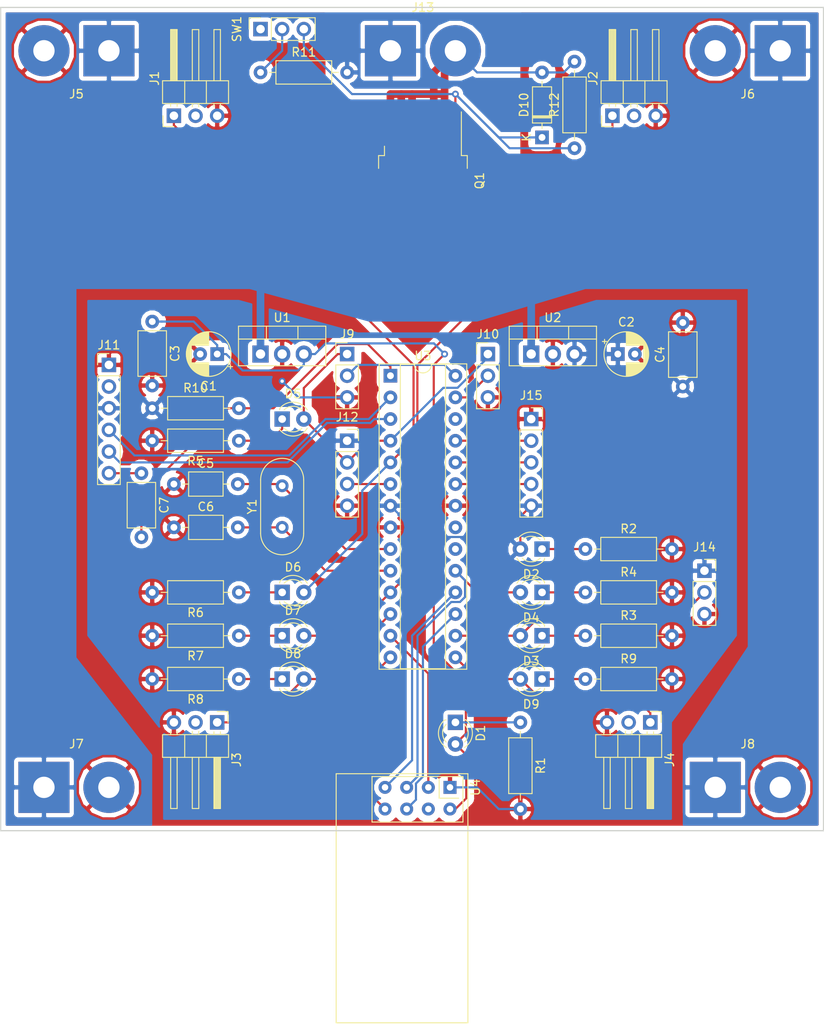
<source format=kicad_pcb>
(kicad_pcb (version 20171130) (host pcbnew "(5.0.2)-1")
  (layers (0 F.Cu signal) (31 B.Cu signal) (34 B.Paste user) (35 F.Paste user) (36 B.SilkS user) (37 F.SilkS user) (38 B.Mask user) (39 F.Mask user) (44 Edge.Cuts user))
  (net 0 "")
  (net 1 GND)
  (net 2 3V3)
  (net 3 5V)
  (net 4 "Net-(C5-Pad2)")
  (net 5 "Net-(C6-Pad2)")
  (net 6 DTR)
  (net 7 "Net-(D1-Pad1)")
  (net 8 "Net-(D2-Pad1)")
  (net 9 D10)
  (net 10 "Net-(D3-Pad1)")
  (net 11 "Net-(D4-Pad1)")
  (net 12 D13)
  (net 13 "Net-(D5-Pad1)")
  (net 14 D2)
  (net 15 "Net-(D6-Pad1)")
  (net 16 D3)
  (net 17 "Net-(D7-Pad1)")
  (net 18 D5)
  (net 19 D6)
  (net 20 "Net-(D8-Pad1)")
  (net 21 D9)
  (net 22 "Net-(D9-Pad1)")
  (net 23 "Net-(D10-Pad1)")
  (net 24 "Net-(D10-Pad2)")
  (net 25 "Net-(J1-Pad2)")
  (net 26 "Net-(J2-Pad2)")
  (net 27 "Net-(J3-Pad2)")
  (net 28 "Net-(J4-Pad2)")
  (net 29 VDD)
  (net 30 A5)
  (net 31 A4)
  (net 32 "Net-(J11-Pad2)")
  (net 33 RX)
  (net 34 TX)
  (net 35 D4)
  (net 36 A2)
  (net 37 A1)
  (net 38 A0)
  (net 39 RST)
  (net 40 "Net-(R11-Pad1)")
  (net 41 "Net-(SW1-Pad1)")
  (net 42 D11)
  (net 43 D12)
  (net 44 AVCC)
  (net 45 AREF)
  (net 46 A3)
  (net 47 D7)
  (net 48 D8)
  (net 49 "Net-(U4-Pad4)")
  (module Capacitor_THT:CP_Radial_D5.0mm_P2.00mm (layer F.Cu) (at 124.46 73.66 180)
    (fp_text reference C1 (at 1 -3.75 180) (layer F.SilkS))
    (fp_text value 10u)
    (pad 2 thru_hole circle (at 2 0 180) (size 1.6 1.6) (drill 0.8) (layers *.Cu *.Mask) (net 1 GND))
    (pad 1 thru_hole rect (at 0 0 180) (size 1.6 1.6) (drill 0.8) (layers *.Cu *.Mask) (net 2 3V3))
  )
  (module Capacitor_THT:CP_Radial_D5.0mm_P2.00mm (layer F.Cu) (at 171.45 73.66)
    (fp_text reference C2 (at 1 -3.75) (layer F.SilkS))
    (fp_text value 10u)
    (pad 1 thru_hole rect (at 0 0) (size 1.6 1.6) (drill 0.8) (layers *.Cu *.Mask) (net 3 5V))
    (pad 2 thru_hole circle (at 2 0) (size 1.6 1.6) (drill 0.8) (layers *.Cu *.Mask) (net 1 GND))
  )
  (module Capacitor_THT:C_Axial_L5.1mm_D3.1mm_P7.50mm_Horizontal (layer F.Cu) (at 116.84 69.85 270)
    (fp_text reference C3 (at 3.75 -2.67 270) (layer F.SilkS))
    (fp_text value 0.1u)
    (pad 2 thru_hole oval (at 7.5 0 270) (size 1.6 1.6) (drill 0.8) (layers *.Cu *.Mask) (net 1 GND))
    (pad 1 thru_hole circle (at 0 0 270) (size 1.6 1.6) (drill 0.8) (layers *.Cu *.Mask) (net 2 3V3))
  )
  (module Capacitor_THT:C_Axial_L5.1mm_D3.1mm_P7.50mm_Horizontal (layer F.Cu) (at 179.07 77.47 90)
    (fp_text reference C4 (at 3.75 -2.67 90) (layer F.SilkS))
    (fp_text value 0.1u)
    (pad 1 thru_hole circle (at 0 0 90) (size 1.6 1.6) (drill 0.8) (layers *.Cu *.Mask) (net 3 5V))
    (pad 2 thru_hole oval (at 7.5 0 90) (size 1.6 1.6) (drill 0.8) (layers *.Cu *.Mask) (net 1 GND))
  )
  (module Capacitor_THT:C_Axial_L3.8mm_D2.6mm_P7.50mm_Horizontal (layer F.Cu) (at 119.38 88.9)
    (fp_text reference C5 (at 3.75 -2.42) (layer F.SilkS))
    (fp_text value 22p)
    (pad 1 thru_hole circle (at 0 0) (size 1.6 1.6) (drill 0.8) (layers *.Cu *.Mask) (net 1 GND))
    (pad 2 thru_hole oval (at 7.5 0) (size 1.6 1.6) (drill 0.8) (layers *.Cu *.Mask) (net 4 "Net-(C5-Pad2)"))
  )
  (module Capacitor_THT:C_Axial_L3.8mm_D2.6mm_P7.50mm_Horizontal (layer F.Cu) (at 119.38 93.98)
    (fp_text reference C6 (at 3.75 -2.42) (layer F.SilkS))
    (fp_text value 22p)
    (pad 2 thru_hole oval (at 7.5 0) (size 1.6 1.6) (drill 0.8) (layers *.Cu *.Mask) (net 5 "Net-(C6-Pad2)"))
    (pad 1 thru_hole circle (at 0 0) (size 1.6 1.6) (drill 0.8) (layers *.Cu *.Mask) (net 1 GND))
  )
  (module Capacitor_THT:C_Axial_L5.1mm_D3.1mm_P7.50mm_Horizontal (layer F.Cu) (at 115.57 87.63 270)
    (fp_text reference C7 (at 3.75 -2.67 270) (layer F.SilkS))
    (fp_text value 0.1u)
    (pad 1 thru_hole circle (at 0 0 270) (size 1.6 1.6) (drill 0.8) (layers *.Cu *.Mask) (net 6 DTR))
    (pad 2 thru_hole oval (at 7.5 0 270) (size 1.6 1.6) (drill 0.8) (layers *.Cu *.Mask) (net 39 RST))
  )
  (module LED_THT:LED_D3.0mm (layer F.Cu) (at 152.4 116.84 270)
    (fp_text reference D1 (at 1.27 -2.96 270) (layer F.SilkS))
    (fp_text value LED)
    (pad 1 thru_hole rect (at 0 0 270) (size 1.8 1.8) (drill 0.9) (layers *.Cu *.Mask) (net 7 "Net-(D1-Pad1)"))
    (pad 2 thru_hole circle (at 2.54 0 270) (size 1.8 1.8) (drill 0.9) (layers *.Cu *.Mask) (net 2 3V3))
  )
  (module LED_THT:LED_D3.0mm (layer F.Cu) (at 162.56 96.52 180)
    (fp_text reference D2 (at 1.27 -2.96 180) (layer F.SilkS))
    (fp_text value LED)
    (pad 2 thru_hole circle (at 2.54 0 180) (size 1.8 1.8) (drill 0.9) (layers *.Cu *.Mask) (net 3 5V))
    (pad 1 thru_hole rect (at 0 0 180) (size 1.8 1.8) (drill 0.9) (layers *.Cu *.Mask) (net 8 "Net-(D2-Pad1)"))
  )
  (module LED_THT:LED_D3.0mm (layer F.Cu) (at 162.56 106.68 180)
    (fp_text reference D3 (at 1.27 -2.96 180) (layer F.SilkS))
    (fp_text value LED)
    (pad 2 thru_hole circle (at 2.54 0 180) (size 1.8 1.8) (drill 0.9) (layers *.Cu *.Mask) (net 9 D10))
    (pad 1 thru_hole rect (at 0 0 180) (size 1.8 1.8) (drill 0.9) (layers *.Cu *.Mask) (net 10 "Net-(D3-Pad1)"))
  )
  (module LED_THT:LED_D3.0mm (layer F.Cu) (at 162.56 101.6 180)
    (fp_text reference D4 (at 1.27 -2.96 180) (layer F.SilkS))
    (fp_text value LED)
    (pad 1 thru_hole rect (at 0 0 180) (size 1.8 1.8) (drill 0.9) (layers *.Cu *.Mask) (net 11 "Net-(D4-Pad1)"))
    (pad 2 thru_hole circle (at 2.54 0 180) (size 1.8 1.8) (drill 0.9) (layers *.Cu *.Mask) (net 12 D13))
  )
  (module LED_THT:LED_D3.0mm (layer F.Cu) (at 132.08 81.28)
    (fp_text reference D5 (at 1.27 -2.96) (layer F.SilkS))
    (fp_text value LED)
    (pad 1 thru_hole rect (at 0 0) (size 1.8 1.8) (drill 0.9) (layers *.Cu *.Mask) (net 13 "Net-(D5-Pad1)"))
    (pad 2 thru_hole circle (at 2.54 0) (size 1.8 1.8) (drill 0.9) (layers *.Cu *.Mask) (net 14 D2))
  )
  (module LED_THT:LED_D3.0mm (layer F.Cu) (at 132.08 101.6)
    (fp_text reference D6 (at 1.27 -2.96) (layer F.SilkS))
    (fp_text value LED)
    (pad 1 thru_hole rect (at 0 0) (size 1.8 1.8) (drill 0.9) (layers *.Cu *.Mask) (net 15 "Net-(D6-Pad1)"))
    (pad 2 thru_hole circle (at 2.54 0) (size 1.8 1.8) (drill 0.9) (layers *.Cu *.Mask) (net 16 D3))
  )
  (module LED_THT:LED_D3.0mm (layer F.Cu) (at 132.08 106.68)
    (fp_text reference D7 (at 1.27 -2.96) (layer F.SilkS))
    (fp_text value LED)
    (pad 1 thru_hole rect (at 0 0) (size 1.8 1.8) (drill 0.9) (layers *.Cu *.Mask) (net 17 "Net-(D7-Pad1)"))
    (pad 2 thru_hole circle (at 2.54 0) (size 1.8 1.8) (drill 0.9) (layers *.Cu *.Mask) (net 18 D5))
  )
  (module LED_THT:LED_D3.0mm (layer F.Cu) (at 132.08 111.76)
    (fp_text reference D8 (at 1.27 -2.96) (layer F.SilkS))
    (fp_text value LED)
    (pad 2 thru_hole circle (at 2.54 0) (size 1.8 1.8) (drill 0.9) (layers *.Cu *.Mask) (net 19 D6))
    (pad 1 thru_hole rect (at 0 0) (size 1.8 1.8) (drill 0.9) (layers *.Cu *.Mask) (net 20 "Net-(D8-Pad1)"))
  )
  (module LED_THT:LED_D3.0mm (layer F.Cu) (at 162.56 111.76 180)
    (fp_text reference D9 (at 1.27 -2.96 180) (layer F.SilkS))
    (fp_text value LED)
    (pad 2 thru_hole circle (at 2.54 0 180) (size 1.8 1.8) (drill 0.9) (layers *.Cu *.Mask) (net 21 D9))
    (pad 1 thru_hole rect (at 0 0 180) (size 1.8 1.8) (drill 0.9) (layers *.Cu *.Mask) (net 22 "Net-(D9-Pad1)"))
  )
  (module Diode_THT:D_DO-35_SOD27_P7.62mm_Horizontal (layer F.Cu) (at 162.56 48.26 90)
    (fp_text reference D10 (at 3.81 -2.12 90) (layer F.SilkS))
    (fp_text value "10V Zener")
    (fp_text user K (at 0 -1.8 90) (layer F.SilkS))
    (pad 1 thru_hole rect (at 0 0 90) (size 1.6 1.6) (drill 0.8) (layers *.Cu *.Mask) (net 23 "Net-(D10-Pad1)"))
    (pad 2 thru_hole oval (at 7.62 0 90) (size 1.6 1.6) (drill 0.8) (layers *.Cu *.Mask) (net 24 "Net-(D10-Pad2)"))
  )
  (module Connector_PinHeader_2.54mm:PinHeader_1x03_P2.54mm_Horizontal (layer F.Cu) (at 119.38 45.72 90)
    (fp_text reference J1 (at 4.385 -2.27 90) (layer F.SilkS))
    (fp_text value ESC_CTL_1)
    (pad 3 thru_hole oval (at 0 5.08 90) (size 1.7 1.7) (drill 1) (layers *.Cu *.Mask) (net 1 GND))
    (pad 2 thru_hole oval (at 0 2.54 90) (size 1.7 1.7) (drill 1) (layers *.Cu *.Mask) (net 25 "Net-(J1-Pad2)"))
    (pad 1 thru_hole rect (at 0 0 90) (size 1.7 1.7) (drill 1) (layers *.Cu *.Mask) (net 16 D3))
  )
  (module Connector_PinHeader_2.54mm:PinHeader_1x03_P2.54mm_Horizontal (layer F.Cu) (at 170.815 45.72 90)
    (fp_text reference J2 (at 4.385 -2.27 90) (layer F.SilkS))
    (fp_text value ESC_CTL_2)
    (pad 1 thru_hole rect (at 0 0 90) (size 1.7 1.7) (drill 1) (layers *.Cu *.Mask) (net 18 D5))
    (pad 2 thru_hole oval (at 0 2.54 90) (size 1.7 1.7) (drill 1) (layers *.Cu *.Mask) (net 26 "Net-(J2-Pad2)"))
    (pad 3 thru_hole oval (at 0 5.08 90) (size 1.7 1.7) (drill 1) (layers *.Cu *.Mask) (net 1 GND))
  )
  (module Connector_PinHeader_2.54mm:PinHeader_1x03_P2.54mm_Horizontal (layer F.Cu) (at 124.46 116.84 270)
    (fp_text reference J3 (at 4.385 -2.27 270) (layer F.SilkS))
    (fp_text value ESC_CTL_3)
    (pad 3 thru_hole oval (at 0 5.08 270) (size 1.7 1.7) (drill 1) (layers *.Cu *.Mask) (net 1 GND))
    (pad 2 thru_hole oval (at 0 2.54 270) (size 1.7 1.7) (drill 1) (layers *.Cu *.Mask) (net 27 "Net-(J3-Pad2)"))
    (pad 1 thru_hole rect (at 0 0 270) (size 1.7 1.7) (drill 1) (layers *.Cu *.Mask) (net 19 D6))
  )
  (module Connector_PinHeader_2.54mm:PinHeader_1x03_P2.54mm_Horizontal (layer F.Cu) (at 175.26 116.84 270)
    (fp_text reference J4 (at 4.385 -2.27 270) (layer F.SilkS))
    (fp_text value ESC_CTL_4)
    (pad 1 thru_hole rect (at 0 0 270) (size 1.7 1.7) (drill 1) (layers *.Cu *.Mask) (net 21 D9))
    (pad 2 thru_hole oval (at 0 2.54 270) (size 1.7 1.7) (drill 1) (layers *.Cu *.Mask) (net 28 "Net-(J4-Pad2)"))
    (pad 3 thru_hole oval (at 0 5.08 270) (size 1.7 1.7) (drill 1) (layers *.Cu *.Mask) (net 1 GND))
  )
  (module Connector_Wire:SolderWirePad_1x02_P7.62mm_Drill2.5mm (layer F.Cu) (at 111.76 38.1 180)
    (fp_text reference J5 (at 3.81 -5.08 180) (layer F.SilkS))
    (fp_text value ESC_PWR_1)
    (pad 2 thru_hole circle (at 7.62 0 180) (size 5.99948 5.99948) (drill 2.49936) (layers *.Cu *.Mask) (net 1 GND))
    (pad 1 thru_hole rect (at 0 0 180) (size 5.99948 5.99948) (drill 2.49936) (layers *.Cu *.Mask) (net 29 VDD))
  )
  (module Connector_Wire:SolderWirePad_1x02_P7.62mm_Drill2.5mm (layer F.Cu) (at 190.5 38.1 180)
    (fp_text reference J6 (at 3.81 -5.08 180) (layer F.SilkS))
    (fp_text value ESC_PWR_2)
    (pad 1 thru_hole rect (at 0 0 180) (size 5.99948 5.99948) (drill 2.49936) (layers *.Cu *.Mask) (net 29 VDD))
    (pad 2 thru_hole circle (at 7.62 0 180) (size 5.99948 5.99948) (drill 2.49936) (layers *.Cu *.Mask) (net 1 GND))
  )
  (module Connector_Wire:SolderWirePad_1x02_P7.62mm_Drill2.5mm (layer F.Cu) (at 104.14 124.46)
    (fp_text reference J7 (at 3.81 -5.08) (layer F.SilkS))
    (fp_text value ESC_PWR_3)
    (pad 2 thru_hole circle (at 7.62 0) (size 5.99948 5.99948) (drill 2.49936) (layers *.Cu *.Mask) (net 1 GND))
    (pad 1 thru_hole rect (at 0 0) (size 5.99948 5.99948) (drill 2.49936) (layers *.Cu *.Mask) (net 29 VDD))
  )
  (module Connector_Wire:SolderWirePad_1x02_P7.62mm_Drill2.5mm (layer F.Cu) (at 182.88 124.46)
    (fp_text reference J8 (at 3.81 -5.08) (layer F.SilkS))
    (fp_text value ESC_PWR_4)
    (pad 1 thru_hole rect (at 0 0) (size 5.99948 5.99948) (drill 2.49936) (layers *.Cu *.Mask) (net 29 VDD))
    (pad 2 thru_hole circle (at 7.62 0) (size 5.99948 5.99948) (drill 2.49936) (layers *.Cu *.Mask) (net 1 GND))
  )
  (module Connector_PinHeader_2.54mm:PinHeader_1x03_P2.54mm_Vertical (layer F.Cu) (at 139.7 73.66)
    (fp_text reference J9 (at 0 -2.33) (layer F.SilkS))
    (fp_text value Servo_1)
    (pad 1 thru_hole rect (at 0 0) (size 1.7 1.7) (drill 1) (layers *.Cu *.Mask) (net 14 D2))
    (pad 2 thru_hole oval (at 0 2.54) (size 1.7 1.7) (drill 1) (layers *.Cu *.Mask) (net 30 A5))
    (pad 3 thru_hole oval (at 0 5.08) (size 1.7 1.7) (drill 1) (layers *.Cu *.Mask) (net 1 GND))
  )
  (module Connector_PinHeader_2.54mm:PinHeader_1x03_P2.54mm_Vertical (layer F.Cu) (at 156.21 73.66)
    (fp_text reference J10 (at 0 -2.33) (layer F.SilkS))
    (fp_text value Servo_2)
    (pad 3 thru_hole oval (at 0 5.08) (size 1.7 1.7) (drill 1) (layers *.Cu *.Mask) (net 1 GND))
    (pad 2 thru_hole oval (at 0 2.54) (size 1.7 1.7) (drill 1) (layers *.Cu *.Mask) (net 31 A4))
    (pad 1 thru_hole rect (at 0 0) (size 1.7 1.7) (drill 1) (layers *.Cu *.Mask) (net 14 D2))
  )
  (module Connector_PinHeader_2.54mm:PinHeader_1x06_P2.54mm_Vertical (layer F.Cu) (at 111.76 74.93)
    (fp_text reference J11 (at 0 -2.33) (layer F.SilkS))
    (fp_text value Conn_01x06_Male)
    (pad 1 thru_hole rect (at 0 0) (size 1.7 1.7) (drill 1) (layers *.Cu *.Mask) (net 1 GND))
    (pad 2 thru_hole oval (at 0 2.54) (size 1.7 1.7) (drill 1) (layers *.Cu *.Mask) (net 32 "Net-(J11-Pad2)"))
    (pad 3 thru_hole oval (at 0 5.08) (size 1.7 1.7) (drill 1) (layers *.Cu *.Mask) (net 3 5V))
    (pad 4 thru_hole oval (at 0 7.62) (size 1.7 1.7) (drill 1) (layers *.Cu *.Mask) (net 33 RX))
    (pad 5 thru_hole oval (at 0 10.16) (size 1.7 1.7) (drill 1) (layers *.Cu *.Mask) (net 34 TX))
    (pad 6 thru_hole oval (at 0 12.7) (size 1.7 1.7) (drill 1) (layers *.Cu *.Mask) (net 6 DTR))
  )
  (module Connector_PinSocket_2.54mm:PinSocket_1x04_P2.54mm_Vertical (layer F.Cu) (at 139.7 83.82)
    (fp_text reference J12 (at 0 -2.77) (layer F.SilkS))
    (fp_text value HCS04_Header)
    (pad 1 thru_hole rect (at 0 0) (size 1.7 1.7) (drill 1) (layers *.Cu *.Mask) (net 3 5V))
    (pad 2 thru_hole oval (at 0 2.54) (size 1.7 1.7) (drill 1) (layers *.Cu *.Mask) (net 14 D2))
    (pad 3 thru_hole oval (at 0 5.08) (size 1.7 1.7) (drill 1) (layers *.Cu *.Mask) (net 35 D4))
    (pad 4 thru_hole oval (at 0 7.62) (size 1.7 1.7) (drill 1) (layers *.Cu *.Mask) (net 1 GND))
  )
  (module Connector_Wire:SolderWirePad_1x02_P7.62mm_Drill2.5mm (layer F.Cu) (at 144.78 38.1)
    (fp_text reference J13 (at 3.81 -5.08) (layer F.SilkS))
    (fp_text value Raw_Batt_Header)
    (pad 1 thru_hole rect (at 0 0) (size 5.99948 5.99948) (drill 2.49936) (layers *.Cu *.Mask) (net 29 VDD))
    (pad 2 thru_hole circle (at 7.62 0) (size 5.99948 5.99948) (drill 2.49936) (layers *.Cu *.Mask) (net 24 "Net-(D10-Pad2)"))
  )
  (module Connector_PinSocket_2.54mm:PinSocket_1x03_P2.54mm_Vertical (layer F.Cu) (at 181.61 99.06)
    (fp_text reference J14 (at 0 -2.77) (layer F.SilkS))
    (fp_text value GEN_Header)
    (pad 1 thru_hole rect (at 0 0) (size 1.7 1.7) (drill 1) (layers *.Cu *.Mask) (net 3 5V))
    (pad 2 thru_hole oval (at 0 2.54) (size 1.7 1.7) (drill 1) (layers *.Cu *.Mask) (net 9 D10))
    (pad 3 thru_hole oval (at 0 5.08) (size 1.7 1.7) (drill 1) (layers *.Cu *.Mask) (net 1 GND))
  )
  (module Connector_PinSocket_2.54mm:PinSocket_1x05_P2.54mm_Vertical (layer F.Cu) (at 161.29 81.28)
    (fp_text reference J15 (at 0 -2.77) (layer F.SilkS))
    (fp_text value Accel_1)
    (pad 1 thru_hole rect (at 0 0) (size 1.7 1.7) (drill 1) (layers *.Cu *.Mask) (net 1 GND))
    (pad 2 thru_hole oval (at 0 2.54) (size 1.7 1.7) (drill 1) (layers *.Cu *.Mask) (net 36 A2))
    (pad 3 thru_hole oval (at 0 5.08) (size 1.7 1.7) (drill 1) (layers *.Cu *.Mask) (net 37 A1))
    (pad 4 thru_hole oval (at 0 7.62) (size 1.7 1.7) (drill 1) (layers *.Cu *.Mask) (net 38 A0))
    (pad 5 thru_hole oval (at 0 10.16) (size 1.7 1.7) (drill 1) (layers *.Cu *.Mask) (net 3 5V))
  )
  (module Package_TO_SOT_SMD:TO-263-7_TabPin4 (layer F.Cu) (at 148.59 53.34 270)
    (fp_text reference Q1 (at 0 -6.65 270) (layer F.SilkS))
    (fp_text value 4N0400)
    (pad 1 smd rect (at -5.775 -3.81 270) (size 4.6 0.8) (layers F.Cu F.Paste F.Mask) (net 23 "Net-(D10-Pad1)"))
    (pad 2 smd rect (at -5.775 -2.54 270) (size 4.6 0.8) (layers F.Cu F.Paste F.Mask) (net 24 "Net-(D10-Pad2)"))
    (pad 3 smd rect (at -5.775 -1.27 270) (size 4.6 0.8) (layers F.Cu F.Paste F.Mask) (net 24 "Net-(D10-Pad2)"))
    (pad 4 smd rect (at -5.775 0 270) (size 4.6 0.8) (layers F.Cu F.Paste F.Mask) (net 1 GND))
    (pad 5 smd rect (at -5.775 1.27 270) (size 4.6 0.8) (layers F.Cu F.Paste F.Mask) (net 24 "Net-(D10-Pad2)"))
    (pad 6 smd rect (at -5.775 2.54 270) (size 4.6 0.8) (layers F.Cu F.Paste F.Mask) (net 24 "Net-(D10-Pad2)"))
    (pad 7 smd rect (at -5.775 3.81 270) (size 4.6 0.8) (layers F.Cu F.Paste F.Mask) (net 24 "Net-(D10-Pad2)"))
    (pad 4 smd rect (at 3.375 0 270) (size 9.4 10.8) (layers F.Cu F.Mask) (net 1 GND))
  )
  (module Resistor_THT:R_Axial_DIN0207_L6.3mm_D2.5mm_P10.16mm_Horizontal (layer F.Cu) (at 160.02 116.84 270)
    (fp_text reference R1 (at 5.08 -2.37 270) (layer F.SilkS))
    (fp_text value 180)
    (pad 2 thru_hole oval (at 10.16 0 270) (size 1.6 1.6) (drill 0.8) (layers *.Cu *.Mask) (net 1 GND))
    (pad 1 thru_hole circle (at 0 0 270) (size 1.6 1.6) (drill 0.8) (layers *.Cu *.Mask) (net 7 "Net-(D1-Pad1)"))
  )
  (module Resistor_THT:R_Axial_DIN0207_L6.3mm_D2.5mm_P10.16mm_Horizontal (layer F.Cu) (at 167.64 96.52)
    (fp_text reference R2 (at 5.08 -2.37) (layer F.SilkS))
    (fp_text value 270)
    (pad 1 thru_hole circle (at 0 0) (size 1.6 1.6) (drill 0.8) (layers *.Cu *.Mask) (net 8 "Net-(D2-Pad1)"))
    (pad 2 thru_hole oval (at 10.16 0) (size 1.6 1.6) (drill 0.8) (layers *.Cu *.Mask) (net 1 GND))
  )
  (module Resistor_THT:R_Axial_DIN0207_L6.3mm_D2.5mm_P10.16mm_Horizontal (layer F.Cu) (at 167.64 106.68)
    (fp_text reference R3 (at 5.08 -2.37) (layer F.SilkS))
    (fp_text value 270)
    (pad 1 thru_hole circle (at 0 0) (size 1.6 1.6) (drill 0.8) (layers *.Cu *.Mask) (net 10 "Net-(D3-Pad1)"))
    (pad 2 thru_hole oval (at 10.16 0) (size 1.6 1.6) (drill 0.8) (layers *.Cu *.Mask) (net 1 GND))
  )
  (module Resistor_THT:R_Axial_DIN0207_L6.3mm_D2.5mm_P10.16mm_Horizontal (layer F.Cu) (at 167.64 101.6)
    (fp_text reference R4 (at 5.08 -2.37) (layer F.SilkS))
    (fp_text value 270)
    (pad 1 thru_hole circle (at 0 0) (size 1.6 1.6) (drill 0.8) (layers *.Cu *.Mask) (net 11 "Net-(D4-Pad1)"))
    (pad 2 thru_hole oval (at 10.16 0) (size 1.6 1.6) (drill 0.8) (layers *.Cu *.Mask) (net 1 GND))
  )
  (module Resistor_THT:R_Axial_DIN0207_L6.3mm_D2.5mm_P10.16mm_Horizontal (layer F.Cu) (at 127 83.82 180)
    (fp_text reference R5 (at 5.08 -2.37 180) (layer F.SilkS))
    (fp_text value 270)
    (pad 2 thru_hole oval (at 10.16 0 180) (size 1.6 1.6) (drill 0.8) (layers *.Cu *.Mask) (net 1 GND))
    (pad 1 thru_hole circle (at 0 0 180) (size 1.6 1.6) (drill 0.8) (layers *.Cu *.Mask) (net 13 "Net-(D5-Pad1)"))
  )
  (module Resistor_THT:R_Axial_DIN0207_L6.3mm_D2.5mm_P10.16mm_Horizontal (layer F.Cu) (at 127 101.6 180)
    (fp_text reference R6 (at 5.08 -2.37 180) (layer F.SilkS))
    (fp_text value 270)
    (pad 1 thru_hole circle (at 0 0 180) (size 1.6 1.6) (drill 0.8) (layers *.Cu *.Mask) (net 15 "Net-(D6-Pad1)"))
    (pad 2 thru_hole oval (at 10.16 0 180) (size 1.6 1.6) (drill 0.8) (layers *.Cu *.Mask) (net 1 GND))
  )
  (module Resistor_THT:R_Axial_DIN0207_L6.3mm_D2.5mm_P10.16mm_Horizontal (layer F.Cu) (at 127 106.68 180)
    (fp_text reference R7 (at 5.08 -2.37 180) (layer F.SilkS))
    (fp_text value 270)
    (pad 1 thru_hole circle (at 0 0 180) (size 1.6 1.6) (drill 0.8) (layers *.Cu *.Mask) (net 17 "Net-(D7-Pad1)"))
    (pad 2 thru_hole oval (at 10.16 0 180) (size 1.6 1.6) (drill 0.8) (layers *.Cu *.Mask) (net 1 GND))
  )
  (module Resistor_THT:R_Axial_DIN0207_L6.3mm_D2.5mm_P10.16mm_Horizontal (layer F.Cu) (at 127 111.76 180)
    (fp_text reference R8 (at 5.08 -2.37 180) (layer F.SilkS))
    (fp_text value 270)
    (pad 2 thru_hole oval (at 10.16 0 180) (size 1.6 1.6) (drill 0.8) (layers *.Cu *.Mask) (net 1 GND))
    (pad 1 thru_hole circle (at 0 0 180) (size 1.6 1.6) (drill 0.8) (layers *.Cu *.Mask) (net 20 "Net-(D8-Pad1)"))
  )
  (module Resistor_THT:R_Axial_DIN0207_L6.3mm_D2.5mm_P10.16mm_Horizontal (layer F.Cu) (at 167.64 111.76)
    (fp_text reference R9 (at 5.08 -2.37) (layer F.SilkS))
    (fp_text value 270)
    (pad 2 thru_hole oval (at 10.16 0) (size 1.6 1.6) (drill 0.8) (layers *.Cu *.Mask) (net 1 GND))
    (pad 1 thru_hole circle (at 0 0) (size 1.6 1.6) (drill 0.8) (layers *.Cu *.Mask) (net 22 "Net-(D9-Pad1)"))
  )
  (module Resistor_THT:R_Axial_DIN0207_L6.3mm_D2.5mm_P10.16mm_Horizontal (layer F.Cu) (at 116.84 80.01)
    (fp_text reference R10 (at 5.08 -2.37) (layer F.SilkS))
    (fp_text value R)
    (pad 1 thru_hole circle (at 0 0) (size 1.6 1.6) (drill 0.8) (layers *.Cu *.Mask) (net 3 5V))
    (pad 2 thru_hole oval (at 10.16 0) (size 1.6 1.6) (drill 0.8) (layers *.Cu *.Mask) (net 39 RST))
  )
  (module Resistor_THT:R_Axial_DIN0207_L6.3mm_D2.5mm_P10.16mm_Horizontal (layer F.Cu) (at 129.54 40.64)
    (fp_text reference R11 (at 5.08 -2.37) (layer F.SilkS))
    (fp_text value 10k)
    (pad 2 thru_hole oval (at 10.16 0) (size 1.6 1.6) (drill 0.8) (layers *.Cu *.Mask) (net 29 VDD))
    (pad 1 thru_hole circle (at 0 0) (size 1.6 1.6) (drill 0.8) (layers *.Cu *.Mask) (net 40 "Net-(R11-Pad1)"))
  )
  (module Resistor_THT:R_Axial_DIN0207_L6.3mm_D2.5mm_P10.16mm_Horizontal (layer F.Cu) (at 166.37 49.53 90)
    (fp_text reference R12 (at 5.08 -2.37 90) (layer F.SilkS))
    (fp_text value 100K)
    (pad 2 thru_hole oval (at 10.16 0 90) (size 1.6 1.6) (drill 0.8) (layers *.Cu *.Mask) (net 24 "Net-(D10-Pad2)"))
    (pad 1 thru_hole circle (at 0 0 90) (size 1.6 1.6) (drill 0.8) (layers *.Cu *.Mask) (net 23 "Net-(D10-Pad1)"))
  )
  (module Connector_PinSocket_2.54mm:PinSocket_1x03_P2.54mm_Vertical (layer F.Cu) (at 129.54 35.56 90)
    (fp_text reference SW1 (at 0 -2.77 90) (layer F.SilkS))
    (fp_text value SW_SPDT)
    (pad 3 thru_hole oval (at 0 5.08 90) (size 1.7 1.7) (drill 1) (layers *.Cu *.Mask) (net 23 "Net-(D10-Pad1)"))
    (pad 2 thru_hole oval (at 0 2.54 90) (size 1.7 1.7) (drill 1) (layers *.Cu *.Mask) (net 40 "Net-(R11-Pad1)"))
    (pad 1 thru_hole rect (at 0 0 90) (size 1.7 1.7) (drill 1) (layers *.Cu *.Mask) (net 41 "Net-(SW1-Pad1)"))
  )
  (module Package_TO_SOT_THT:TO-220-3_Vertical (layer F.Cu) (at 129.54 73.66)
    (fp_text reference U1 (at 2.54 -4.27) (layer F.SilkS))
    (fp_text value LF33_TO220)
    (pad 1 thru_hole rect (at 0 0) (size 1.905 2) (drill 1.1) (layers *.Cu *.Mask) (net 29 VDD))
    (pad 2 thru_hole oval (at 2.54 0) (size 1.905 2) (drill 1.1) (layers *.Cu *.Mask) (net 1 GND))
    (pad 3 thru_hole oval (at 5.08 0) (size 1.905 2) (drill 1.1) (layers *.Cu *.Mask) (net 2 3V3))
  )
  (module Package_TO_SOT_THT:TO-220-3_Vertical (layer F.Cu) (at 161.29 73.66)
    (fp_text reference U2 (at 2.54 -4.27) (layer F.SilkS))
    (fp_text value LF50_TO220)
    (pad 3 thru_hole oval (at 5.08 0) (size 1.905 2) (drill 1.1) (layers *.Cu *.Mask) (net 3 5V))
    (pad 2 thru_hole oval (at 2.54 0) (size 1.905 2) (drill 1.1) (layers *.Cu *.Mask) (net 1 GND))
    (pad 1 thru_hole rect (at 0 0) (size 1.905 2) (drill 1.1) (layers *.Cu *.Mask) (net 29 VDD))
  )
  (module Package_DIP:DIP-28_W7.62mm_Socket (layer F.Cu) (at 144.78 76.2)
    (fp_text reference U3 (at 3.81 -2.33) (layer F.SilkS))
    (fp_text value ATmega328P-PU-DIP28)
    (pad 1 thru_hole rect (at 0 0) (size 1.6 1.6) (drill 0.8) (layers *.Cu *.Mask) (net 39 RST))
    (pad 15 thru_hole oval (at 7.62 33.02) (size 1.6 1.6) (drill 0.8) (layers *.Cu *.Mask) (net 21 D9))
    (pad 2 thru_hole oval (at 0 2.54) (size 1.6 1.6) (drill 0.8) (layers *.Cu *.Mask) (net 33 RX))
    (pad 16 thru_hole oval (at 7.62 30.48) (size 1.6 1.6) (drill 0.8) (layers *.Cu *.Mask) (net 9 D10))
    (pad 3 thru_hole oval (at 0 5.08) (size 1.6 1.6) (drill 0.8) (layers *.Cu *.Mask) (net 34 TX))
    (pad 17 thru_hole oval (at 7.62 27.94) (size 1.6 1.6) (drill 0.8) (layers *.Cu *.Mask) (net 42 D11))
    (pad 4 thru_hole oval (at 0 7.62) (size 1.6 1.6) (drill 0.8) (layers *.Cu *.Mask) (net 14 D2))
    (pad 18 thru_hole oval (at 7.62 25.4) (size 1.6 1.6) (drill 0.8) (layers *.Cu *.Mask) (net 43 D12))
    (pad 5 thru_hole oval (at 0 10.16) (size 1.6 1.6) (drill 0.8) (layers *.Cu *.Mask) (net 16 D3))
    (pad 19 thru_hole oval (at 7.62 22.86) (size 1.6 1.6) (drill 0.8) (layers *.Cu *.Mask) (net 12 D13))
    (pad 6 thru_hole oval (at 0 12.7) (size 1.6 1.6) (drill 0.8) (layers *.Cu *.Mask) (net 35 D4))
    (pad 20 thru_hole oval (at 7.62 20.32) (size 1.6 1.6) (drill 0.8) (layers *.Cu *.Mask) (net 44 AVCC))
    (pad 7 thru_hole oval (at 0 15.24) (size 1.6 1.6) (drill 0.8) (layers *.Cu *.Mask) (net 3 5V))
    (pad 21 thru_hole oval (at 7.62 17.78) (size 1.6 1.6) (drill 0.8) (layers *.Cu *.Mask) (net 45 AREF))
    (pad 8 thru_hole oval (at 0 17.78) (size 1.6 1.6) (drill 0.8) (layers *.Cu *.Mask) (net 1 GND))
    (pad 22 thru_hole oval (at 7.62 15.24) (size 1.6 1.6) (drill 0.8) (layers *.Cu *.Mask) (net 1 GND))
    (pad 9 thru_hole oval (at 0 20.32) (size 1.6 1.6) (drill 0.8) (layers *.Cu *.Mask) (net 4 "Net-(C5-Pad2)"))
    (pad 23 thru_hole oval (at 7.62 12.7) (size 1.6 1.6) (drill 0.8) (layers *.Cu *.Mask) (net 38 A0))
    (pad 10 thru_hole oval (at 0 22.86) (size 1.6 1.6) (drill 0.8) (layers *.Cu *.Mask) (net 5 "Net-(C6-Pad2)"))
    (pad 24 thru_hole oval (at 7.62 10.16) (size 1.6 1.6) (drill 0.8) (layers *.Cu *.Mask) (net 37 A1))
    (pad 11 thru_hole oval (at 0 25.4) (size 1.6 1.6) (drill 0.8) (layers *.Cu *.Mask) (net 18 D5))
    (pad 25 thru_hole oval (at 7.62 7.62) (size 1.6 1.6) (drill 0.8) (layers *.Cu *.Mask) (net 36 A2))
    (pad 12 thru_hole oval (at 0 27.94) (size 1.6 1.6) (drill 0.8) (layers *.Cu *.Mask) (net 19 D6))
    (pad 26 thru_hole oval (at 7.62 5.08) (size 1.6 1.6) (drill 0.8) (layers *.Cu *.Mask) (net 46 A3))
    (pad 13 thru_hole oval (at 0 30.48) (size 1.6 1.6) (drill 0.8) (layers *.Cu *.Mask) (net 47 D7))
    (pad 27 thru_hole oval (at 7.62 2.54) (size 1.6 1.6) (drill 0.8) (layers *.Cu *.Mask) (net 31 A4))
    (pad 14 thru_hole oval (at 0 33.02) (size 1.6 1.6) (drill 0.8) (layers *.Cu *.Mask) (net 48 D8))
    (pad 28 thru_hole oval (at 7.62 0) (size 1.6 1.6) (drill 0.8) (layers *.Cu *.Mask) (net 30 A5))
  )
  (module RF_Module:nRF24L01_Breakout (layer F.Cu) (at 151.765 124.46 270)
    (fp_text reference U4 (at 0 -3 270) (layer F.SilkS))
    (fp_text value NRF24L01_Breakout)
    (pad 1 thru_hole rect (at 0 0 270) (size 1.524 1.524) (drill 0.762) (layers *.Cu *.Mask) (net 1 GND))
    (pad 2 thru_hole circle (at 2.54 0 270) (size 1.524 1.524) (drill 0.762) (layers *.Cu *.Mask) (net 2 3V3))
    (pad 3 thru_hole circle (at 0 2.54 270) (size 1.524 1.524) (drill 0.762) (layers *.Cu *.Mask) (net 47 D7))
    (pad 4 thru_hole circle (at 2.54 2.54 270) (size 1.524 1.524) (drill 0.762) (layers *.Cu *.Mask) (net 49 "Net-(U4-Pad4)"))
    (pad 5 thru_hole circle (at 0 5.08 270) (size 1.524 1.524) (drill 0.762) (layers *.Cu *.Mask) (net 12 D13))
    (pad 6 thru_hole circle (at 2.54 5.08 270) (size 1.524 1.524) (drill 0.762) (layers *.Cu *.Mask) (net 42 D11))
    (pad 7 thru_hole circle (at 0 7.62 270) (size 1.524 1.524) (drill 0.762) (layers *.Cu *.Mask) (net 43 D12))
    (pad 8 thru_hole circle (at 2.54 7.62 270) (size 1.524 1.524) (drill 0.762) (layers *.Cu *.Mask) (net 48 D8))
  )
  (module Crystal:Crystal_HC49-U_Vertical (layer F.Cu) (at 132.08 93.98 90)
    (fp_text reference Y1 (at 2.44 -3.525 90) (layer F.SilkS))
    (fp_text value CRYSTAL)
    (pad 1 thru_hole circle (at 0 0 90) (size 1.5 1.5) (drill 0.8) (layers *.Cu *.Mask) (net 5 "Net-(C6-Pad2)"))
    (pad 2 thru_hole circle (at 4.88 0 90) (size 1.5 1.5) (drill 0.8) (layers *.Cu *.Mask) (net 4 "Net-(C5-Pad2)"))
  )
  (gr_line (start 99.06 129.54) (end 99.06 33.02) (layer Edge.Cuts) (width 0.15))
  (gr_line (start 195.58 129.54) (end 99.06 129.54) (layer Edge.Cuts) (width 0.15))
  (gr_line (start 195.58 33.02) (end 195.58 129.54) (layer Edge.Cuts) (width 0.15))
  (gr_line (start 99.06 33.02) (end 195.58 33.02) (layer Edge.Cuts) (width 0.15))
  (via (at 132.08 76.835) (size 0.8) (drill 0.4) (layers F.Cu B.Cu) (net 1))
  (segment (start 148.59 47.565) (end 148.59 56.715) (width 0.25) (layer F.Cu) (net 1))
  (segment (start 157.48 127) (end 160.02 127) (width 0.25) (layer B.Cu) (net 1))
  (segment (start 154.94 124.46) (end 151.765 124.46) (width 0.25) (layer B.Cu) (net 1))
  (segment (start 157.48 127) (end 154.94 124.46) (width 0.25) (layer B.Cu) (net 1))
  (segment (start 139.7 78.74) (end 133.985 78.74) (width 0.25) (layer B.Cu) (net 1))
  (segment (start 133.985 78.74) (end 132.08 76.835) (width 0.25) (layer B.Cu) (net 1))
  (segment (start 132.08 76.835) (end 132.08 73.66) (width 0.25) (layer F.Cu) (net 1))
  (segment (start 152.4 119.38) (end 153.67 120.65) (width 0.25) (layer F.Cu) (net 2))
  (segment (start 153.67 120.65) (end 153.67 125.744002) (width 0.25) (layer F.Cu) (net 2))
  (segment (start 153.176001 126.238001) (end 153.161999 126.238001) (width 0.25) (layer F.Cu) (net 2))
  (segment (start 153.67 125.744002) (end 153.176001 126.238001) (width 0.25) (layer F.Cu) (net 2))
  (segment (start 153.161999 126.238001) (end 152.4 127) (width 0.25) (layer F.Cu) (net 2))
  (segment (start 152.4 127) (end 151.765 127) (width 0.25) (layer F.Cu) (net 2))
  (segment (start 152.4 119.38) (end 153.625001 118.154999) (width 0.25) (layer F.Cu) (net 2))
  (segment (start 153.625001 118.154999) (end 153.625001 112.110003) (width 0.25) (layer F.Cu) (net 2))
  (via (at 151.13 73.66) (size 0.8) (drill 0.4) (layers F.Cu B.Cu) (net 2))
  (segment (start 125.51 73.66) (end 124.46 73.66) (width 0.25) (layer B.Cu) (net 2))
  (segment (start 127.43501 75.58501) (end 125.51 73.66) (width 0.25) (layer B.Cu) (net 2))
  (segment (start 133.94499 75.58501) (end 127.43501 75.58501) (width 0.25) (layer B.Cu) (net 2))
  (segment (start 134.62 74.91) (end 133.94499 75.58501) (width 0.25) (layer B.Cu) (net 2))
  (segment (start 134.62 73.66) (end 134.62 74.91) (width 0.25) (layer B.Cu) (net 2))
  (segment (start 117.97137 69.85) (end 116.84 69.85) (width 0.25) (layer B.Cu) (net 2))
  (segment (start 121.7 69.85) (end 117.97137 69.85) (width 0.25) (layer B.Cu) (net 2))
  (segment (start 124.46 72.61) (end 121.7 69.85) (width 0.25) (layer B.Cu) (net 2))
  (segment (start 124.46 73.66) (end 124.46 72.61) (width 0.25) (layer B.Cu) (net 2))
  (segment (start 149.86 108.345002) (end 150.099998 108.585) (width 0.25) (layer F.Cu) (net 2))
  (segment (start 153.625001 112.110003) (end 150.099998 108.585) (width 0.25) (layer F.Cu) (net 2))
  (segment (start 149.88 72.41) (end 151.13 73.66) (width 0.25) (layer B.Cu) (net 2))
  (segment (start 137.18 72.41) (end 149.88 72.41) (width 0.25) (layer B.Cu) (net 2))
  (segment (start 134.62 73.66) (end 135.93 73.66) (width 0.25) (layer B.Cu) (net 2))
  (segment (start 135.93 73.66) (end 137.18 72.41) (width 0.25) (layer B.Cu) (net 2))
  (segment (start 151.13 73.66) (end 150.495 74.295) (width 0.25) (layer F.Cu) (net 2))
  (segment (start 149.86 108.345002) (end 149.86 74.93) (width 0.25) (layer F.Cu) (net 2))
  (segment (start 149.86 74.93) (end 150.495 74.295) (width 0.25) (layer F.Cu) (net 2))
  (segment (start 160.02 92.71) (end 160.02 96.52) (width 0.25) (layer F.Cu) (net 3))
  (segment (start 161.29 91.44) (end 160.02 92.71) (width 0.25) (layer F.Cu) (net 3))
  (segment (start 159.120001 95.620001) (end 160.02 96.52) (width 0.25) (layer B.Cu) (net 3))
  (segment (start 158.605001 95.105001) (end 159.120001 95.620001) (width 0.25) (layer B.Cu) (net 3))
  (segment (start 148.445001 95.105001) (end 158.605001 95.105001) (width 0.25) (layer B.Cu) (net 3))
  (segment (start 144.78 91.44) (end 148.445001 95.105001) (width 0.25) (layer B.Cu) (net 3))
  (segment (start 139.5 96.52) (end 144.78 96.52) (width 0.25) (layer F.Cu) (net 4))
  (segment (start 132.08 89.1) (end 139.5 96.52) (width 0.25) (layer F.Cu) (net 4))
  (segment (start 131.88 88.9) (end 132.08 89.1) (width 0.25) (layer F.Cu) (net 4))
  (segment (start 126.88 88.9) (end 131.88 88.9) (width 0.25) (layer F.Cu) (net 4))
  (segment (start 137.16 99.06) (end 144.78 99.06) (width 0.25) (layer F.Cu) (net 5))
  (segment (start 132.08 93.98) (end 137.16 99.06) (width 0.25) (layer F.Cu) (net 5))
  (segment (start 132.08 93.98) (end 126.88 93.98) (width 0.25) (layer F.Cu) (net 5))
  (segment (start 115.57 87.63) (end 111.76 87.63) (width 0.25) (layer F.Cu) (net 6))
  (segment (start 152.4 116.84) (end 160.02 116.84) (width 0.25) (layer B.Cu) (net 7))
  (segment (start 162.56 96.52) (end 167.64 96.52) (width 0.25) (layer F.Cu) (net 8))
  (segment (start 160.02 106.68) (end 152.4 106.68) (width 0.25) (layer F.Cu) (net 9))
  (segment (start 160.02 106.68) (end 162.56 104.14) (width 0.25) (layer F.Cu) (net 9))
  (segment (start 179.07 104.14) (end 181.61 101.6) (width 0.25) (layer F.Cu) (net 9))
  (segment (start 162.56 104.14) (end 179.07 104.14) (width 0.25) (layer F.Cu) (net 9))
  (segment (start 162.56 106.68) (end 167.64 106.68) (width 0.25) (layer F.Cu) (net 10))
  (segment (start 162.56 101.6) (end 167.64 101.6) (width 0.25) (layer F.Cu) (net 11))
  (segment (start 154.94 101.6) (end 152.4 99.06) (width 0.25) (layer F.Cu) (net 12))
  (segment (start 160.02 101.6) (end 154.94 101.6) (width 0.25) (layer F.Cu) (net 12))
  (segment (start 153.525001 100.185001) (end 153.199999 99.859999) (width 0.25) (layer B.Cu) (net 12))
  (segment (start 147.955 123.19) (end 147.955 106.68141) (width 0.25) (layer B.Cu) (net 12))
  (segment (start 153.199999 99.859999) (end 152.4 99.06) (width 0.25) (layer B.Cu) (net 12))
  (segment (start 147.955 106.68141) (end 151.911409 102.725001) (width 0.25) (layer B.Cu) (net 12))
  (segment (start 151.911409 102.725001) (end 152.940001 102.725001) (width 0.25) (layer B.Cu) (net 12))
  (segment (start 152.940001 102.725001) (end 153.525001 102.140001) (width 0.25) (layer B.Cu) (net 12))
  (segment (start 153.525001 102.140001) (end 153.525001 100.185001) (width 0.25) (layer B.Cu) (net 12))
  (segment (start 146.685 124.46) (end 147.955 123.19) (width 0.25) (layer B.Cu) (net 12))
  (segment (start 132.08 82.43) (end 132.08 81.28) (width 0.25) (layer F.Cu) (net 13))
  (segment (start 130.69 83.82) (end 132.08 82.43) (width 0.25) (layer F.Cu) (net 13))
  (segment (start 127 83.82) (end 130.69 83.82) (width 0.25) (layer F.Cu) (net 13))
  (segment (start 145.579999 83.020001) (end 144.78 83.82) (width 0.25) (layer B.Cu) (net 14))
  (segment (start 150.985001 77.614999) (end 145.579999 83.020001) (width 0.25) (layer B.Cu) (net 14))
  (segment (start 152.650003 77.614999) (end 150.985001 77.614999) (width 0.25) (layer B.Cu) (net 14))
  (segment (start 156.21 74.055002) (end 152.650003 77.614999) (width 0.25) (layer B.Cu) (net 14))
  (segment (start 156.21 73.66) (end 156.21 74.055002) (width 0.25) (layer B.Cu) (net 14))
  (segment (start 134.62 80.007208) (end 134.62 81.28) (width 0.25) (layer F.Cu) (net 14))
  (segment (start 134.62 77.64) (end 134.62 80.007208) (width 0.25) (layer F.Cu) (net 14))
  (segment (start 138.6 73.66) (end 134.62 77.64) (width 0.25) (layer F.Cu) (net 14))
  (segment (start 139.7 73.66) (end 138.6 73.66) (width 0.25) (layer F.Cu) (net 14))
  (segment (start 134.62 81.28) (end 139.7 86.36) (width 0.25) (layer F.Cu) (net 14))
  (segment (start 142.24 83.82) (end 139.7 86.36) (width 0.25) (layer F.Cu) (net 14))
  (segment (start 144.78 83.82) (end 142.24 83.82) (width 0.25) (layer F.Cu) (net 14))
  (segment (start 127 101.6) (end 132.08 101.6) (width 0.25) (layer F.Cu) (net 15))
  (segment (start 119.38 46.82) (end 147.49 74.93) (width 0.25) (layer F.Cu) (net 16))
  (segment (start 119.38 45.72) (end 119.38 46.82) (width 0.25) (layer F.Cu) (net 16))
  (segment (start 147.49 83.65) (end 144.78 86.36) (width 0.25) (layer F.Cu) (net 16))
  (segment (start 147.49 74.93) (end 147.49 83.65) (width 0.25) (layer F.Cu) (net 16))
  (segment (start 135.519999 100.700001) (end 134.62 101.6) (width 0.25) (layer B.Cu) (net 16))
  (segment (start 141.475001 94.744999) (end 135.519999 100.700001) (width 0.25) (layer B.Cu) (net 16))
  (segment (start 141.475001 89.664999) (end 141.475001 94.744999) (width 0.25) (layer B.Cu) (net 16))
  (segment (start 144.78 86.36) (end 141.475001 89.664999) (width 0.25) (layer B.Cu) (net 16))
  (segment (start 127 106.68) (end 132.08 106.68) (width 0.25) (layer F.Cu) (net 17))
  (segment (start 139.7 106.68) (end 144.78 101.6) (width 0.25) (layer F.Cu) (net 18))
  (segment (start 134.62 106.68) (end 139.7 106.68) (width 0.25) (layer F.Cu) (net 18))
  (segment (start 170.815 52.07) (end 170.815 45.72) (width 0.25) (layer F.Cu) (net 18))
  (segment (start 147.955 74.93) (end 170.815 52.07) (width 0.25) (layer F.Cu) (net 18))
  (segment (start 147.940009 74.93) (end 147.955 74.93) (width 0.25) (layer F.Cu) (net 18))
  (segment (start 144.78 101.6) (end 147.940009 98.439991) (width 0.25) (layer F.Cu) (net 18))
  (segment (start 147.940009 98.439991) (end 147.940009 74.93) (width 0.25) (layer F.Cu) (net 18))
  (segment (start 129.54 116.84) (end 134.62 111.76) (width 0.25) (layer F.Cu) (net 19))
  (segment (start 124.46 116.84) (end 129.54 116.84) (width 0.25) (layer F.Cu) (net 19))
  (segment (start 137.16 111.76) (end 144.78 104.14) (width 0.25) (layer F.Cu) (net 19))
  (segment (start 134.62 111.76) (end 137.16 111.76) (width 0.25) (layer F.Cu) (net 19))
  (segment (start 127 111.76) (end 132.08 111.76) (width 0.25) (layer F.Cu) (net 20))
  (segment (start 154.94 111.76) (end 152.4 109.22) (width 0.25) (layer F.Cu) (net 21))
  (segment (start 160.02 111.76) (end 154.94 111.76) (width 0.25) (layer F.Cu) (net 21))
  (segment (start 160.02 111.76) (end 162.56 114.3) (width 0.25) (layer F.Cu) (net 21))
  (segment (start 175.26 115.74) (end 175.26 116.84) (width 0.25) (layer F.Cu) (net 21))
  (segment (start 173.82 114.3) (end 175.26 115.74) (width 0.25) (layer F.Cu) (net 21))
  (segment (start 162.56 114.3) (end 173.82 114.3) (width 0.25) (layer F.Cu) (net 21))
  (segment (start 162.56 111.76) (end 167.64 111.76) (width 0.25) (layer F.Cu) (net 22))
  (segment (start 152.4 47.565) (end 152.4 45.665) (width 0.25) (layer F.Cu) (net 23))
  (segment (start 152.4 47.565) (end 152.4 43.18) (width 0.25) (layer F.Cu) (net 23))
  (segment (start 152.4 43.18) (end 152.4 43.18) (width 0.25) (layer F.Cu) (net 23))
  (via (at 152.4 43.18) (size 0.8) (drill 0.4) (layers F.Cu B.Cu) (net 23))
  (segment (start 134.62 36.762081) (end 134.62 35.56) (width 0.25) (layer B.Cu) (net 23))
  (segment (start 134.62 37.521002) (end 134.62 36.762081) (width 0.25) (layer B.Cu) (net 23))
  (segment (start 140.278998 43.18) (end 134.62 37.521002) (width 0.25) (layer B.Cu) (net 23))
  (segment (start 152.4 43.18) (end 140.278998 43.18) (width 0.25) (layer B.Cu) (net 23))
  (segment (start 158.75 49.53) (end 152.4 43.18) (width 0.25) (layer B.Cu) (net 23))
  (segment (start 166.37 49.53) (end 158.75 49.53) (width 0.25) (layer B.Cu) (net 23))
  (segment (start 157.48 48.26) (end 152.4 43.18) (width 0.25) (layer B.Cu) (net 23))
  (segment (start 162.56 48.26) (end 157.48 48.26) (width 0.25) (layer B.Cu) (net 23))
  (segment (start 144.78 47.565) (end 144.78 43.18) (width 0.9) (layer F.Cu) (net 24))
  (segment (start 151.13 43.18) (end 151.13 47.565) (width 0.9) (layer F.Cu) (net 24))
  (segment (start 149.86 47.565) (end 149.86 43.18) (width 0.9) (layer F.Cu) (net 24))
  (segment (start 149.86 43.18) (end 151.13 43.18) (width 0.9) (layer F.Cu) (net 24))
  (segment (start 147.32 47.565) (end 147.32 43.18) (width 0.9) (layer F.Cu) (net 24))
  (segment (start 147.32 43.18) (end 149.86 43.18) (width 0.9) (layer F.Cu) (net 24))
  (segment (start 146.05 47.565) (end 146.05 43.18) (width 0.9) (layer F.Cu) (net 24))
  (segment (start 144.78 43.18) (end 146.05 43.18) (width 0.9) (layer F.Cu) (net 24))
  (segment (start 146.05 43.18) (end 147.32 43.18) (width 0.9) (layer F.Cu) (net 24))
  (segment (start 151.13 39.37) (end 152.4 38.1) (width 0.9) (layer F.Cu) (net 24))
  (segment (start 151.13 43.18) (end 151.13 39.37) (width 0.9) (layer F.Cu) (net 24))
  (segment (start 149.86 40.64) (end 152.4 38.1) (width 0.9) (layer F.Cu) (net 24))
  (segment (start 149.820259 41.949741) (end 149.86 41.91) (width 0.9) (layer F.Cu) (net 24))
  (segment (start 149.86 43.18) (end 149.86 41.91) (width 0.9) (layer F.Cu) (net 24))
  (segment (start 149.86 41.91) (end 149.86 40.64) (width 0.9) (layer F.Cu) (net 24))
  (segment (start 154.94 40.64) (end 152.4 38.1) (width 0.25) (layer B.Cu) (net 24))
  (segment (start 162.56 40.64) (end 154.94 40.64) (width 0.25) (layer B.Cu) (net 24))
  (segment (start 165.1 40.64) (end 166.37 39.37) (width 0.25) (layer B.Cu) (net 24))
  (segment (start 162.56 40.64) (end 165.1 40.64) (width 0.25) (layer B.Cu) (net 24))
  (segment (start 161.29 73.66) (end 161.29 66.04) (width 0.9) (layer B.Cu) (net 29))
  (segment (start 129.54 73.66) (end 129.54 71.76) (width 0.9) (layer B.Cu) (net 29))
  (segment (start 129.54 71.76) (end 129.54 64.77) (width 0.9) (layer B.Cu) (net 29))
  (segment (start 139.7 76.2) (end 140.97 74.93) (width 0.25) (layer B.Cu) (net 30))
  (segment (start 151.13 74.93) (end 152.4 76.2) (width 0.25) (layer B.Cu) (net 30))
  (segment (start 140.97 74.93) (end 151.13 74.93) (width 0.25) (layer B.Cu) (net 30))
  (segment (start 153.67 78.74) (end 156.21 76.2) (width 0.25) (layer F.Cu) (net 31))
  (segment (start 152.4 78.74) (end 153.67 78.74) (width 0.25) (layer F.Cu) (net 31))
  (segment (start 142.24 81.28) (end 144.78 78.74) (width 0.25) (layer B.Cu) (net 33))
  (segment (start 137.16 81.28) (end 142.24 81.28) (width 0.25) (layer B.Cu) (net 33))
  (segment (start 132.894999 85.545001) (end 137.16 81.28) (width 0.25) (layer B.Cu) (net 33))
  (segment (start 111.76 82.55) (end 114.755001 85.545001) (width 0.25) (layer B.Cu) (net 33))
  (segment (start 114.755001 85.545001) (end 132.894999 85.545001) (width 0.25) (layer B.Cu) (net 33))
  (segment (start 142.87641 81.28) (end 142.426401 81.730009) (width 0.25) (layer B.Cu) (net 34))
  (segment (start 144.78 81.28) (end 142.87641 81.28) (width 0.25) (layer B.Cu) (net 34))
  (segment (start 142.426401 81.730009) (end 142.24 81.730009) (width 0.25) (layer B.Cu) (net 34))
  (segment (start 141.420009 81.730009) (end 142.426401 81.730009) (width 0.25) (layer B.Cu) (net 34))
  (segment (start 137.346401 81.730009) (end 141.420009 81.730009) (width 0.25) (layer B.Cu) (net 34))
  (segment (start 132.71641 86.36) (end 137.346401 81.730009) (width 0.25) (layer B.Cu) (net 34))
  (segment (start 111.76 85.09) (end 113.03 86.36) (width 0.25) (layer B.Cu) (net 34))
  (segment (start 113.03 86.36) (end 132.71641 86.36) (width 0.25) (layer B.Cu) (net 34))
  (segment (start 139.7 88.9) (end 144.78 88.9) (width 0.25) (layer F.Cu) (net 35))
  (segment (start 152.4 83.82) (end 161.29 83.82) (width 0.25) (layer F.Cu) (net 36))
  (segment (start 152.4 86.36) (end 161.29 86.36) (width 0.25) (layer F.Cu) (net 37))
  (segment (start 152.4 88.9) (end 161.29 88.9) (width 0.25) (layer F.Cu) (net 38))
  (segment (start 144.78 75.15) (end 144.78 76.2) (width 0.25) (layer F.Cu) (net 39))
  (segment (start 142.114999 72.484999) (end 144.78 75.15) (width 0.25) (layer F.Cu) (net 39))
  (segment (start 138.589999 72.484999) (end 142.114999 72.484999) (width 0.25) (layer F.Cu) (net 39))
  (segment (start 131.064998 80.01) (end 138.589999 72.484999) (width 0.25) (layer F.Cu) (net 39))
  (segment (start 127 80.01) (end 131.064998 80.01) (width 0.25) (layer F.Cu) (net 39))
  (segment (start 115.57 93.99863) (end 115.57 95.13) (width 0.25) (layer F.Cu) (net 39))
  (segment (start 115.57 90.17) (end 115.57 93.99863) (width 0.25) (layer F.Cu) (net 39))
  (segment (start 125.73 80.01) (end 115.57 90.17) (width 0.25) (layer F.Cu) (net 39))
  (segment (start 127 80.01) (end 125.73 80.01) (width 0.25) (layer F.Cu) (net 39))
  (segment (start 132.08 38.1) (end 132.08 35.56) (width 0.25) (layer B.Cu) (net 40))
  (segment (start 129.54 40.64) (end 132.08 38.1) (width 0.25) (layer B.Cu) (net 40))
  (segment (start 152.4 104.14) (end 148.59 107.95) (width 0.25) (layer B.Cu) (net 42))
  (segment (start 147.446999 126.238001) (end 146.685 127) (width 0.25) (layer B.Cu) (net 42))
  (segment (start 147.772001 125.912999) (end 147.446999 126.238001) (width 0.25) (layer B.Cu) (net 42))
  (segment (start 147.772001 124.009409) (end 147.772001 125.912999) (width 0.25) (layer B.Cu) (net 42))
  (segment (start 148.59 123.19141) (end 147.772001 124.009409) (width 0.25) (layer B.Cu) (net 42))
  (segment (start 148.59 107.95) (end 148.59 123.19141) (width 0.25) (layer B.Cu) (net 42))
  (segment (start 144.145 124.46) (end 147.32 121.285) (width 0.25) (layer B.Cu) (net 43))
  (segment (start 147.32 106.68) (end 152.4 101.6) (width 0.25) (layer B.Cu) (net 43))
  (segment (start 147.32 121.285) (end 147.32 106.68) (width 0.25) (layer B.Cu) (net 43))
  (segment (start 149.225 111.125) (end 149.225 124.46) (width 0.25) (layer F.Cu) (net 47))
  (segment (start 144.78 106.68) (end 149.225 111.125) (width 0.25) (layer F.Cu) (net 47))
  (segment (start 144.78 109.22) (end 142.24 111.76) (width 0.25) (layer F.Cu) (net 48))
  (segment (start 142.24 125.095) (end 144.145 127) (width 0.25) (layer F.Cu) (net 48))
  (segment (start 142.24 111.76) (end 142.24 125.095) (width 0.25) (layer F.Cu) (net 48))
  (zone (net 29) (net_name VDD) (layer B.Cu) (connect_pads (clearance 0.508)) (min_thickness 0.254) (fill yes (arc_segments 16) (thermal_gap 0.508) (thermal_bridge_width 0.508))
    (polygon (pts (xy 99.06 33.02) (xy 195.58 33.02) (xy 195.58 129.54) (xy 179.07 129.54) (xy 179.07 119.38) (xy 186.69 107.95) (xy 186.69 66.04) (xy 167.64 66.04) (xy 154.94 69.85) (xy 142.24 69.85) (xy 128.27 66.04) (xy 107.95 66.04) (xy 107.95 109.22) (xy 116.84 120.65) (xy 116.84 129.54) (xy 99.06 129.54)))
  )
  (zone (net 3) (net_name 5V) (layer B.Cu) (connect_pads (clearance 0.508)) (min_thickness 0.254) (fill yes (arc_segments 16) (thermal_gap 0.508) (thermal_bridge_width 0.508))
    (polygon (pts (xy 109.22 67.31) (xy 127 67.31) (xy 140.97 71.12) (xy 156.21 71.12) (xy 168.91 67.31) (xy 185.42 67.31) (xy 185.42 106.68) (xy 177.8 116.84) (xy 177.8 128.27) (xy 118.11 128.27) (xy 118.11 118.11) (xy 109.22 106.68)))
  )
  (zone (net 1) (net_name GND) (layer F.Cu) (connect_pads (clearance 0.508)) (min_thickness 0.254) (fill yes (arc_segments 16) (thermal_gap 0.508) (thermal_bridge_width 0.508))
    (polygon (pts (xy 99.06 33.02) (xy 137.16 33.02) (xy 137.16 52.07) (xy 160.02 52.07) (xy 160.02 33.02) (xy 195.58 33.02) (xy 195.58 129.54) (xy 99.06 129.54)))
  )
)
</source>
